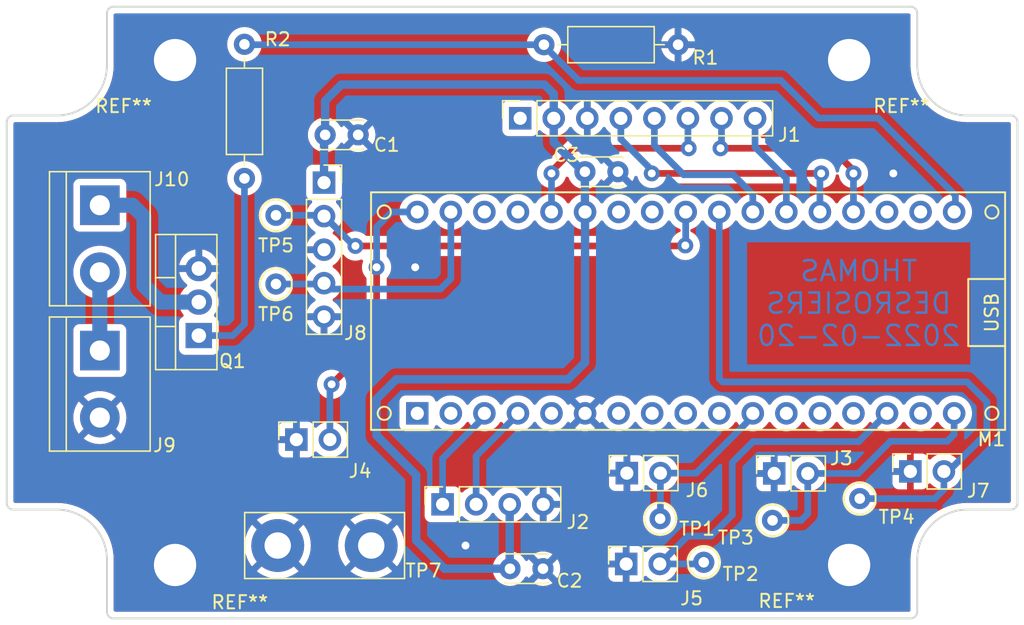
<source format=kicad_pcb>
(kicad_pcb (version 20211014) (generator pcbnew)
  (title_block (title "Projet Lampe Dimmer") (date "2022-02-18") (rev "v2.3.0"))
  (layers (0 "F.Cu" signal) (31 "B.Cu" signal) (34 "B.Paste" user) (35 "F.Paste" user) (36 "B.SilkS" user "B.Silkscreen") (37 "F.SilkS" user "F.Silkscreen") (38 "B.Mask" user) (39 "F.Mask" user) (44 "Edge.Cuts" user))
  (net 0 "")
  (net 1 "+5V")
  (net 2 "GND")
  (net 4 "/EXT_OC4B")
  (net 5 "/EXT_OC4D")
  (net 6 "/EXT_ADC1")
  (net 7 "/POT_ADC")
  (net 8 "/SW_VEILLE")
  (net 9 "+24V")
  (net 10 "/SORTIE")
  (net 11 "Net-(Q1-Pad1)")
  (net 18 "Net-(M1-Pad18)")
  (net 29 "Net-(J1-Pad6)")
  (net 30 "Net-(J1-Pad5)")
  (net 31 "Net-(J1-Pad8)")
  (net 32 "Net-(J1-Pad4)")
  (net 33 "Net-(J1-Pad7)")
  (net 34 "Net-(J2-Pad2)")
  (net 35 "Net-(J2-Pad1)")
  (net 37 "/EXT_IO-1")
  (net 38 "/SW_ON-OFF")
  (footprint "Capacitor_THT:C_Disc_D3.0mm_W2.0mm_P2.50mm" (layer "F.Cu") (at 153.35 126.85)
    (fp_text reference "C2" (at 4.511 0.912) (layer "F.SilkS"))
    (fp_text value "100nF")
    (fp_line (start -0.37 1.055) (end -0.37 1.12) (layer "F.SilkS") (width 0.12))
    (fp_line (start -0.37 1.12) (end 2.87 1.12) (layer "F.SilkS") (width 0.12))
    (fp_line (start 2.87 -1.12) (end 2.87 -1.055) (layer "F.SilkS") (width 0.12))
    (fp_line (start 2.87 1.055) (end 2.87 1.12) (layer "F.SilkS") (width 0.12))
    (fp_line (start -0.37 -1.12) (end -0.37 -1.055) (layer "F.SilkS") (width 0.12))
    (fp_line (start -0.37 -1.12) (end 2.87 -1.12) (layer "F.SilkS") (width 0.12))
    (pad "1" thru_hole circle locked (at 0 0) (size 1.6 1.6) (drill 0.8) (layers *.Cu *.Mask) (net 1 "+5V"))
    (pad "2" thru_hole circle locked (at 2.5 0) (size 1.6 1.6) (drill 0.8) (layers *.Cu *.Mask) (net 2 "GND"))
  )
  (footprint "Connector_PinSocket_2.54mm:PinSocket_1x02_P2.54mm_Vertical" (layer "F.Cu") (at 162.19899 119.609006 90)
    (fp_text reference "J6" (at -1.295 5.314 180) (layer "F.SilkS"))
    (fp_text value "EXT_PWM4D")
    (fp_line (start -1.33 3.87) (end 1.33 3.87) (layer "F.SilkS") (width 0.12))
    (fp_line (start 1.33 -1.33) (end 1.33 0) (layer "F.SilkS") (width 0.12))
    (fp_line (start 1.33 1.27) (end 1.33 3.87) (layer "F.SilkS") (width 0.12))
    (fp_line (start -1.33 1.27) (end 1.33 1.27) (layer "F.SilkS") (width 0.12))
    (fp_line (start -1.33 1.27) (end -1.33 3.87) (layer "F.SilkS") (width 0.12))
    (fp_line (start 0 -1.33) (end 1.33 -1.33) (layer "F.SilkS") (width 0.12))
    (pad "1" thru_hole rect locked (at 0 0 90) (size 1.7 1.7) (drill 1) (layers *.Cu *.Mask) (net 2 "GND"))
    (pad "2" thru_hole oval locked (at 0 2.54 90) (size 1.7 1.7) (drill 1) (layers *.Cu *.Mask) (net 5 "/EXT_OC4D"))
  )
  (footprint "Connector_PinSocket_2.54mm:PinSocket_1x02_P2.54mm_Vertical" (layer "F.Cu") (at 173.355 119.634 90)
    (fp_text reference "J3" (at 1.143 5.08) (layer "F.SilkS"))
    (fp_text value "EXT_IO-1")
    (fp_line (start 0 -1.33) (end 1.33 -1.33) (layer "F.SilkS") (width 0.12))
    (fp_line (start 1.33 -1.33) (end 1.33 0) (layer "F.SilkS") (width 0.12))
    (fp_line (start -1.33 3.87) (end 1.33 3.87) (layer "F.SilkS") (width 0.12))
    (fp_line (start -1.33 1.27) (end 1.33 1.27) (layer "F.SilkS") (width 0.12))
    (fp_line (start 1.33 1.27) (end 1.33 3.87) (layer "F.SilkS") (width 0.12))
    (fp_line (start -1.33 1.27) (end -1.33 3.87) (layer "F.SilkS") (width 0.12))
    (pad "1" thru_hole rect locked (at 0 0 90) (size 1.7 1.7) (drill 1) (layers *.Cu *.Mask) (net 2 "GND"))
    (pad "2" thru_hole oval locked (at 0 2.54 90) (size 1.7 1.7) (drill 1) (layers *.Cu *.Mask) (net 37 "/EXT_IO-1"))
  )
  (footprint "THOMAS_library:Arduino_Micro" (layer "F.Cu") (at 142.835503 116.332)
    (fp_text reference "M1" (at 46.964497 0.718) (layer "F.SilkS"))
    (fp_text value "ARDUINO_MICRO")
    (fp_text user "USB" (at 46.99 -8.89 90) (layer "F.SilkS"))
    (fp_line (start 0 -18) (end 48 -18) (layer "F.SilkS") (width 0.15))
    (fp_line (start 48.006 -6.35) (end 45.212 -6.35) (layer "F.SilkS") (width 0.15))
    (fp_line (start 48 -18) (end 48 0) (layer "F.SilkS") (width 0.15))
    (fp_line (start 45.212 -11.43) (end 48.006 -11.43) (layer "F.SilkS") (width 0.15))
    (fp_line (start 0 0) (end 0 -18) (layer "F.SilkS") (width 0.15))
    (fp_line (start 45.212 -6.35) (end 45.212 -11.43) (layer "F.SilkS") (width 0.15))
    (fp_line (start 48 0) (end 0 0) (layer "F.SilkS") (width 0.15))
    (fp_circle (center 47 -16.51) (end 47.5 -16.51) (layer "F.SilkS") (width 0.15) (fill none))
    (fp_circle (center 1 -16.51) (end 1.5 -16.51) (layer "F.SilkS") (width 0.15) (fill none))
    (fp_circle (center 1 -1.254) (end 1.5 -1.254) (layer "F.SilkS") (width 0.15) (fill none))
    (fp_circle (center 47 -1.254) (end 47.5 -1.254) (layer "F.SilkS") (width 0.15) (fill none))
    (pad "1" thru_hole rect (at 3.5 -1.254) (size 1.7 1.7) (drill 1) (layers *.Cu *.Mask))
    (pad "2" thru_hole circle (at 6.04 -1.254) (size 1.7 1.7) (drill 1) (layers *.Cu *.Mask))
    (pad "3" thru_hole circle (at 8.58 -1.254) (size 1.7 1.7) (drill 1) (layers *.Cu *.Mask) (net 35 "Net-(J2-Pad1)"))
    (pad "4" thru_hole circle (at 11.12 -1.254) (size 1.7 1.7) (drill 1) (layers *.Cu *.Mask) (net 34 "Net-(J2-Pad2)"))
    (pad "5" thru_hole circle (at 13.66 -1.254) (size 1.7 1.7) (drill 1) (layers *.Cu *.Mask))
    (pad "6" thru_hole circle (at 16.2 -1.254) (size 1.7 1.7) (drill 1) (layers *.Cu *.Mask) (net 2 "GND"))
    (pad "7" thru_hole circle (at 18.74 -1.254) (size 1.7 1.7) (drill 1) (layers *.Cu *.Mask))
    (pad "8" thru_hole circle (at 21.28 -1.254) (size 1.7 1.7) (drill 1) (layers *.Cu *.Mask))
    (pad "9" thru_hole circle (at 23.82 -1.254) (size 1.7 1.7) (drill 1) (layers *.Cu *.Mask))
    (pad "10" thru_hole circle (at 26.36 -1.254) (size 1.7 1.7) (drill 1) (layers *.Cu *.Mask))
    (pad "11" thru_hole circle (at 28.9 -1.254) (size 1.7 1.7) (drill 1) (layers *.Cu *.Mask) (net 5 "/EXT_OC4D"))
    (pad "12" thru_hole circle (at 31.44 -1.254) (size 1.7 1.7) (drill 1) (layers *.Cu *.Mask))
    (pad "13" thru_hole circle (at 33.98 -1.254) (size 1.7 1.7) (drill 1) (layers *.Cu *.Mask))
    (pad "14" thru_hole circle (at 36.52 -1.254) (size 1.7 1.7) (drill 1) (layers *.Cu *.Mask))
    (pad "15" thru_hole circle (at 39.06 -1.254) (size 1.7 1.7) (drill 1) (layers *.Cu *.Mask) (net 4 "/EXT_OC4B"))
    (pad "16" thru_hole circle (at 41.6 -1.254) (size 1.7 1.7) (drill 1) (layers *.Cu *.Mask))
    (pad "17" thru_hole circle (at 44.14 -1.254) (size 1.7 1.7) (drill 1) (layers *.Cu *.Mask) (net 37 "/EXT_IO-1"))
    (pad "18" thru_hole circle (at 44.14 -16.51) (size 1.7 1.7) (drill 1) (layers *.Cu *.Mask) (net 18 "Net-(M1-Pad18)"))
    (pad "19" thru_hole circle (at 41.6 -16.51) (size 1.7 1.7) (drill 1) (layers *.Cu *.Mask))
    (pad "20" thru_hole circle (at 39.06 -16.51) (size 1.7 1.7) (drill 1) (layers *.Cu *.Mask))
    (pad "21" thru_hole circle (at 36.52 -16.51) (size 1.7 1.7) (drill 1) (layers *.Cu *.Mask) (net 33 "Net-(J1-Pad7)"))
    (pad "22" thru_hole circle (at 33.98 -16.51) (size 1.7 1.7) (drill 1) (layers *.Cu *.Mask) (net 32 "Net-(J1-Pad4)"))
    (pad "23" thru_hole circle (at 31.44 -16.51) (size 1.7 1.7) (drill 1) (layers *.Cu *.Mask) (net 31 "Net-(J1-Pad8)"))
    (pad "24" thru_hole circle (at 28.9 -16.51) (size 1.7 1.7) (drill 1) (layers *.Cu *.Mask) (net 30 "Net-(J1-Pad5)"))
    (pad "25" thru_hole circle (at 26.36 -16.51) (size 1.7 1.7) (drill 1) (layers *.Cu *.Mask) (net 6 "/EXT_ADC1"))
    (pad "26" thru_hole circle (at 23.82 -16.51) (size 1.7 1.7) (drill 1) (layers *.Cu *.Mask) (net 7 "/POT_ADC"))
    (pad "27" thru_hole circle (at 21.28 -16.51) (size 1.7 1.7) (drill 1) (layers *.Cu *.Mask))
    (pad "28" thru_hole circle (at 18.74 -16.51) (size 1.7 1.7) (drill 1) (layers *.Cu *.Mask))
    (pad "29" thru_hole circle (at 16.2 -16.51) (size 1.7 1.7) (drill 1) (layers *.Cu *.Mask) (net 1 "+5V"))
    (pad "30" thru_hole circle (at 13.66 -16.51) (size 1.7 1.7) (drill 1) (layers *.Cu *.Mask) (net 29 "Net-(J1-Pad6)"))
    (pad "31" thru_hole circle (at 11.12 -16.51) (size 1.7 1.7) (drill 1) (layers *.Cu *.Mask))
    (pad "32" thru_hole circle (at 8.58 -16.51) (size 1.7 1.7) (drill 1) (layers *.Cu *.Mask))
    (pad "33" thru_hole circle (at 6.04 -16.51) (size 1.7 1.7) (drill 1) (layers *.Cu *.Mask) (net 8 "/SW_VEILLE"))
    (pad "34" thru_hole circle (at 3.5 -16.51) (size 1.7 1.7) (drill 1) (layers *.Cu *.Mask) (net 38 "/SW_ON-OFF"))
  )
  (footprint "Capacitor_THT:C_Disc_D3.0mm_W2.0mm_P2.50mm" (layer "F.Cu") (at 159.024 96.774)
    (fp_text reference "C3" (at -1.417 -1.27) (layer "F.SilkS"))
    (fp_text value "100nF")
    (fp_line (start 2.87 -1.12) (end 2.87 -1.055) (layer "F.SilkS") (width 0.12))
    (fp_line (start 2.87 1.055) (end 2.87 1.12) (layer "F.SilkS") (width 0.12))
    (fp_line (start -0.37 -1.12) (end 2.87 -1.12) (layer "F.SilkS") (width 0.12))
    (fp_line (start -0.37 1.12) (end 2.87 1.12) (layer "F.SilkS") (width 0.12))
    (fp_line (start -0.37 1.055) (end -0.37 1.12) (layer "F.SilkS") (width 0.12))
    (fp_line (start -0.37 -1.12) (end -0.37 -1.055) (layer "F.SilkS") (width 0.12))
    (pad "1" thru_hole circle locked (at 0 0) (size 1.6 1.6) (drill 0.8) (layers *.Cu *.Mask) (net 1 "+5V"))
    (pad "2" thru_hole circle locked (at 2.5 0) (size 1.6 1.6) (drill 0.8) (layers *.Cu *.Mask) (net 2 "GND"))
  )
  (footprint "Connector_PinSocket_2.54mm:PinSocket_1x05_P2.54mm_Vertical" (layer "F.Cu") (at 139.275007 97.600008)
    (fp_text reference "J8" (at 2.374993 11.399992) (layer "F.SilkS"))
    (fp_text value "CON_POT_SW")
    (fp_line (start 0 -1.33) (end 1.33 -1.33) (layer "F.SilkS") (width 0.12))
    (fp_line (start 1.33 1.27) (end 1.33 11.49) (layer "F.SilkS") (width 0.12))
    (fp_line (start 1.33 -1.33) (end 1.33 0) (layer "F.SilkS") (width 0.12))
    (fp_line (start -1.33 1.27) (end -1.33 11.49) (layer "F.SilkS") (width 0.12))
    (fp_line (start -1.33 1.27) (end 1.33 1.27) (layer "F.SilkS") (width 0.12))
    (fp_line (start -1.33 11.49) (end 1.33 11.49) (layer "F.SilkS") (width 0.12))
    (pad "1" thru_hole rect locked (at 0 0) (size 1.7 1.7) (drill 1) (layers *.Cu *.Mask) (net 1 "+5V"))
    (pad "2" thru_hole oval locked (at 0 2.54) (size 1.7 1.7) (drill 1) (layers *.Cu *.Mask) (net 7 "/POT_ADC"))
    (pad "3" thru_hole oval locked (at 0 5.08) (size 1.7 1.7) (drill 1) (layers *.Cu *.Mask) (net 2 "GND"))
    (pad "4" thru_hole oval locked (at 0 7.62) (size 1.7 1.7) (drill 1) (layers *.Cu *.Mask) (net 8 "/SW_VEILLE"))
    (pad "5" thru_hole oval locked (at 0 10.16) (size 1.7 1.7) (drill 1) (layers *.Cu *.Mask) (net 2 "GND"))
  )
  (footprint "Connector_PinSocket_2.54mm:PinSocket_1x02_P2.54mm_Vertical" (layer "F.Cu") (at 137.17999 117.069006 90)
    (fp_text reference "J4" (at -2.380994 4.82001 180) (layer "F.SilkS"))
    (fp_text value "SW_ON-OFF")
    (fp_line (start -1.33 1.27) (end 1.33 1.27) (layer "F.SilkS") (width 0.12))
    (fp_line (start -1.33 3.87) (end 1.33 3.87) (layer "F.SilkS") (width 0.12))
    (fp_line (start -1.33 1.27) (end -1.33 3.87) (layer "F.SilkS") (width 0.12))
    (fp_line (start 1.33 1.27) (end 1.33 3.87) (layer "F.SilkS") (width 0.12))
    (fp_line (start 0 -1.33) (end 1.33 -1.33) (layer "F.SilkS") (width 0.12))
    (fp_line (start 1.33 -1.33) (end 1.33 0) (layer "F.SilkS") (width 0.12))
    (pad "1" thru_hole rect locked (at 0 0 90) (size 1.7 1.7) (drill 1) (layers *.Cu *.Mask) (net 2 "GND"))
    (pad "2" thru_hole oval locked (at 0 2.54 90) (size 1.7 1.7) (drill 1) (layers *.Cu *.Mask) (net 38 "/SW_ON-OFF"))
  )
  (footprint "Connector_PinSocket_2.54mm:PinSocket_1x04_P2.54mm_Vertical" (layer "F.Cu") (at 148.25 121.975 90)
    (fp_text reference "J2" (at -1.342 10.246 180) (layer "F.SilkS"))
    (fp_text value "USART")
    (fp_line (start 1.33 -1.33) (end 1.33 0) (layer "F.SilkS") (width 0.12))
    (fp_line (start 0 -1.33) (end 1.33 -1.33) (layer "F.SilkS") (width 0.12))
    (fp_line (start -1.33 1.27) (end -1.33 8.95) (layer "F.SilkS") (width 0.12))
    (fp_line (start -1.33 8.95) (end 1.33 8.95) (layer "F.SilkS") (width 0.12))
    (fp_line (start -1.33 1.27) (end 1.33 1.27) (layer "F.SilkS") (width 0.12))
    (fp_line (start 1.33 1.27) (end 1.33 8.95) (layer "F.SilkS") (width 0.12))
    (pad "1" thru_hole rect locked (at 0 0 90) (size 1.7 1.7) (drill 1) (layers *.Cu *.Mask) (net 35 "Net-(J2-Pad1)"))
    (pad "2" thru_hole oval locked (at 0 2.54 90) (size 1.7 1.7) (drill 1) (layers *.Cu *.Mask) (net 34 "Net-(J2-Pad2)"))
    (pad "3" thru_hole oval locked (at 0 5.08 90) (size 1.7 1.7) (drill 1) (layers *.Cu *.Mask) (net 1 "+5V"))
    (pad "4" thru_hole oval locked (at 0 7.62 90) (size 1.7 1.7) (drill 1) (layers *.Cu *.Mask) (net 2 "GND"))
  )
  (footprint "THOMAS_library:TestPoint_Keystone_5000-5004_Miniature-Resistor" (layer "F.Cu") (at 168.021 126.365)
    (fp_text reference "TP2" (at 2.794 0.889) (layer "F.SilkS"))
    (fp_text value "TestPoint" hide)
    (fp_circle (center 0 0) (end 1.2 0) (layer "F.SilkS") (width 0.15) (fill none))
    (pad "1" thru_hole circle (at 0 0) (size 1.6 1.6) (drill 0.8) (layers *.Cu *.Mask) (net 4 "/EXT_OC4B"))
  )
  (footprint "THOMAS_library:TestPoint_Keystone_5000-5004_Miniature-Resistor" (layer "F.Cu") (at 164.719 123.063)
    (fp_text reference "TP1" (at 2.794 0.762) (layer "F.SilkS"))
    (fp_text value "TestPoint" hide)
    (fp_circle (center 0 0) (end 1.2 0) (layer "F.SilkS") (width 0.15) (fill none))
    (pad "1" thru_hole circle (at 0 0) (size 1.6 1.6) (drill 0.8) (layers *.Cu *.Mask) (net 5 "/EXT_OC4D"))
  )
  (footprint "THOMAS_library:TestPoint_Keystone_5000-5004_Miniature-Resistor" (layer "F.Cu") (at 135.636 100.076)
    (fp_text reference "TP5" (at 0 2.286) (layer "F.SilkS"))
    (fp_text value "TestPoint" hide)
    (fp_circle (center 0 0) (end 1.2 0) (layer "F.SilkS") (width 0.15) (fill none))
    (pad "1" thru_hole circle (at 0 0) (size 1.6 1.6) (drill 0.8) (layers *.Cu *.Mask) (net 7 "/POT_ADC"))
  )
  (footprint "Resistor_THT:R_Axial_DIN0207_L6.3mm_D2.5mm_P10.16mm_Horizontal" (layer "F.Cu") (at 155.92 87.15)
    (fp_text reference "R1" (at 12.228 0.988 180) (layer "F.SilkS"))
    (fp_text value "100")
    (fp_line (start 1.04 0) (end 1.81 0) (layer "F.SilkS") (width 0.12))
    (fp_line (start 1.81 1.37) (end 8.35 1.37) (layer "F.SilkS") (width 0.12))
    (fp_line (start 8.35 1.37) (end 8.35 -1.37) (layer "F.SilkS") (width 0.12))
    (fp_line (start 1.81 -1.37) (end 1.81 1.37) (layer "F.SilkS") (width 0.12))
    (fp_line (start 8.35 -1.37) (end 1.81 -1.37) (layer "F.SilkS") (width 0.12))
    (fp_line (start 9.12 0) (end 8.35 0) (layer "F.SilkS") (width 0.12))
    (pad "1" thru_hole circle locked (at 0 0) (size 1.6 1.6) (drill 0.8) (layers *.Cu *.Mask) (net 18 "Net-(M1-Pad18)"))
    (pad "2" thru_hole oval locked (at 10.16 0) (size 1.6 1.6) (drill 0.8) (layers *.Cu *.Mask) (net 2 "GND"))
  )
  (footprint "THOMAS_library:TestPoint_Keystone_5000-5004_Miniature-Resistor" (layer "F.Cu") (at 173.228 123.19)
    (fp_text reference "TP3" (at -2.778 1.31) (layer "F.SilkS"))
    (fp_text value "TestPoint" hide)
    (fp_circle (center 0 0) (end 1.2 0) (layer "F.SilkS") (width 0.15) (fill none))
    (pad "1" thru_hole circle (at 0 0) (size 1.6 1.6) (drill 0.8) (layers *.Cu *.Mask) (net 37 "/EXT_IO-1"))
  )
  (footprint "TerminalBlock:TerminalBlock_bornier-2_P5.08mm" (layer "F.Cu") (at 122.301 99.310012 -90)
    (fp_text reference "J10" (at -1.960012 -5.449 180) (layer "F.SilkS"))
    (fp_text value "Sortie")
    (fp_line (start -2.54 -3.81) (end -2.54 3.81) (layer "F.SilkS") (width 0.12))
    (fp_line (start 7.62 -3.81) (end -2.54 -3.81) (layer "F.SilkS") (width 0.12))
    (fp_line (start 7.62 2.54) (end -2.54 2.54) (layer "F.SilkS") (width 0.12))
    (fp_line (start -2.54 3.81) (end 7.62 3.81) (layer "F.SilkS") (width 0.12))
    (fp_line (start 7.62 3.81) (end 7.62 -3.81) (layer "F.SilkS") (width 0.12))
    (pad "1" thru_hole rect locked (at 0 0 270) (size 3 3) (drill 1.52) (layers *.Cu *.Mask) (net 10 "/SORTIE"))
    (pad "2" thru_hole circle locked (at 5.08 0 270) (size 3 3) (drill 1.52) (layers *.Cu *.Mask) (net 9 "+24V"))
  )
  (footprint "THOMAS_library:TestPoint_Keystone_5000-5004_Miniature-Resistor" (layer "F.Cu") (at 179.832 121.539)
    (fp_text reference "TP4" (at 2.794 1.397) (layer "F.SilkS"))
    (fp_text value "TestPoint" hide)
    (fp_circle (center 0 0) (end 1.2 0) (layer "F.SilkS") (width 0.15) (fill none))
    (pad "1" thru_hole circle (at 0 0) (size 1.6 1.6) (drill 0.8) (layers *.Cu *.Mask) (net 6 "/EXT_ADC1"))
  )
  (footprint "THOMAS_library:TestPoint_Bridge_Pitch7.08mm_Drill2.0mm" (layer "F.Cu") (at 135.768994 125.095)
    (fp_text reference "TP7" (at 11.034 1.905) (layer "F.SilkS"))
    (fp_text value "TestPoint_2Pole" hide)
    (fp_line (start -2.5 -2.5) (end 9.6 -2.5) (layer "F.SilkS") (width 0.12))
    (fp_line (start 9.6 2.5) (end 9.6 -2.5) (layer "F.SilkS") (width 0.12))
    (fp_line (start -2.5 -2.5) (end -2.5 2.5) (layer "F.SilkS") (width 0.12))
    (fp_line (start 9.6 2.5) (end -2.5 2.5) (layer "F.SilkS") (width 0.12))
    (pad "1" thru_hole circle (at 0 0) (size 4 4) (drill 2) (layers *.Cu *.Mask) (net 2 "GND"))
    (pad "2" thru_hole circle (at 7.08 0) (size 4 4) (drill 2) (layers *.Cu *.Mask) (net 2 "GND"))
  )
  (footprint "MountingHole:MountingHole_3.2mm_M3_Pad" (layer "F.Cu") (at 179.02555 126.5682)
    (fp_text reference "REF**" (at -4.72555 2.7318) (layer "F.SilkS"))
    (fp_text value "MountingHole_3.2mm_M3_Pad" hide)
    (pad "1" thru_hole circle locked (at 0 0) (size 6.4 6.4) (drill 3.200001) (layers *.Cu *.Mask) (net 2 "GND"))
  )
  (footprint "Capacitor_THT:C_Disc_D3.0mm_W2.0mm_P2.50mm" (layer "F.Cu") (at 139.359 93.98)
    (fp_text reference "C1" (at 4.659 0.762) (layer "F.SilkS"))
    (fp_text value "100nF")
    (fp_line (start -0.37 -1.12) (end 2.87 -1.12) (layer "F.SilkS") (width 0.12))
    (fp_line (start -0.37 -1.12) (end -0.37 -1.055) (layer "F.SilkS") (width 0.12))
    (fp_line (start -0.37 1.055) (end -0.37 1.12) (layer "F.SilkS") (width 0.12))
    (fp_line (start 2.87 1.055) (end 2.87 1.12) (layer "F.SilkS") (width 0.12))
    (fp_line (start 2.87 -1.12) (end 2.87 -1.055) (layer "F.SilkS") (width 0.12))
    (fp_line (start -0.37 1.12) (end 2.87 1.12) (layer "F.SilkS") (width 0.12))
    (pad "1" thru_hole circle locked (at 0 0) (size 1.6 1.6) (drill 0.8) (layers *.Cu *.Mask) (net 1 "+5V"))
    (pad "2" thru_hole circle locked (at 2.5 0) (size 1.6 1.6) (drill 0.8) (layers *.Cu *.Mask) (net 2 "GND"))
  )
  (footprint "THOMAS_library:TestPoint_Keystone_5000-5004_Miniature-Resistor" (layer "F.Cu") (at 135.636 105.283)
    (fp_text reference "TP6" (at 0 2.286) (layer "F.SilkS"))
    (fp_text value "TestPoint" hide)
    (fp_circle (center 0 0) (end 1.2 0) (layer "F.SilkS") (width 0.15) (fill none))
    (pad "1" thru_hole circle (at 0 0) (size 1.6 1.6) (drill 0.8) (layers *.Cu *.Mask) (net 8 "/SW_VEILLE"))
  )
  (footprint "Connector_PinSocket_2.54mm:PinSocket_1x02_P2.54mm_Vertical" (layer "F.Cu") (at 183.66199 119.482006 90)
    (fp_text reference "J7" (at -1.467994 5.13801 180) (layer "F.SilkS"))
    (fp_text value "EXT_ADC1")
    (fp_line (start 0 -1.33) (end 1.33 -1.33) (layer "F.SilkS") (width 0.12))
    (fp_line (start 1.33 1.27) (end 1.33 3.87) (layer "F.SilkS") (width 0.12))
    (fp_line (start -1.33 1.27) (end 1.33 1.27) (layer "F.SilkS") (width 0.12))
    (fp_line (start -1.33 1.27) (end -1.33 3.87) (layer "F.SilkS") (width 0.12))
    (fp_line (start -1.33 3.87) (end 1.33 3.87) (layer "F.SilkS") (width 0.12))
    (fp_line (start 1.33 -1.33) (end 1.33 0) (layer "F.SilkS") (width 0.12))
    (pad "1" thru_hole rect locked (at 0 0 90) (size 1.7 1.7) (drill 1) (layers *.Cu *.Mask) (net 2 "GND"))
    (pad "2" thru_hole oval locked (at 0 2.54 90) (size 1.7 1.7) (drill 1) (layers *.Cu *.Mask) (net 6 "/EXT_ADC1"))
  )
  (footprint "MountingHole:MountingHole_3.2mm_M3_Pad" (layer "F.Cu") (at 127.99695 88.3158)
    (fp_text reference "REF**" (at -3.89695 3.4842) (layer "F.SilkS"))
    (fp_text value "MountingHole_3.2mm_M3_Pad" hide)
    (pad "1" thru_hole circle locked (at 0 0) (size 6.4 6.4) (drill 3.200001) (layers *.Cu *.Mask) (net 2 "GND"))
  )
  (footprint "MountingHole:MountingHole_3.2mm_M3_Pad" (layer "F.Cu") (at 179.02555 88.3158)
    (fp_text reference "REF**" (at 3.97445 3.4842) (layer "F.SilkS"))
    (fp_text value "MountingHole_3.2mm_M3_Pad" hide)
    (pad "1" thru_hole circle locked (at 0 0) (size 6.4 6.4) (drill 3.200001) (layers *.Cu *.Mask) (net 2 "GND"))
  )
  (footprint "Package_TO_SOT_THT:TO-220-3_Vertical" (layer "F.Cu") (at 129.795 109.19 90)
    (fp_text reference "Q1" (at -1.935 2.539) (layer "F.SilkS"))
    (fp_text value "FQP13N06L")
    (fp_line (start -2.58 -3.27) (end 7.66 -3.27) (layer "F.SilkS") (width 0.12))
    (fp_line (start 7.66 -3.27) (end 7.66 1.371) (layer "F.SilkS") (width 0.12))
    (fp_line (start -2.58 -1.76) (end 7.66 -1.76) (layer "F.SilkS") (width 0.12))
    (fp_line (start -2.58 -3.27) (end -2.58 1.371) (layer "F.SilkS") (width 0.12))
    (fp_line (start -2.58 1.371) (end 7.66 1.371) (layer "F.SilkS") (width 0.12))
    (fp_line (start 4.391 -3.27) (end 4.391 -1.76) (layer "F.SilkS") (width 0.12))
    (fp_line (start 0.69 -3.27) (end 0.69 -1.76) (layer "F.SilkS") (width 0.12))
    (pad "1" thru_hole rect locked (at 0 0 90) (size 1.905 2) (drill 1.1) (layers *.Cu *.Mask) (net 11 "Net-(Q1-Pad1)"))
    (pad "2" thru_hole oval locked (at 2.54 0 90) (size 1.905 2) (drill 1.1) (layers *.Cu *.Mask) (net 10 "/SORTIE"))
    (pad "3" thru_hole oval locked (at 5.08 0 90) (size 1.905 2) (drill 1.1) (layers *.Cu *.Mask) (net 2 "GND"))
  )
  (footprint "MountingHole:MountingHole_3.2mm_M3_Pad" (layer "F.Cu") (at 127.99695 126.5682)
    (fp_text reference "REF**" (at 4.90305 2.8318) (layer "F.SilkS"))
    (fp_text value "MountingHole_3.2mm_M3_Pad" hide)
    (pad "1" thru_hole circle locked (at 0 0) (size 6.4 6.4) (drill 3.200001) (layers *.Cu *.Mask) (net 2 "GND"))
  )
  (footprint "Connector_PinSocket_2.54mm:PinSocket_1x08_P2.54mm_Vertical" (layer "F.Cu") (at 154.12499 92.725011 90)
    (fp_text reference "J1" (at -1.254989 20.37301 180) (layer "F.SilkS"))
    (fp_text value "PICkit4")
    (fp_line (start 1.33 1.27) (end 1.33 19.11) (layer "F.SilkS") (width 0.12))
    (fp_line (start -1.33 1.27) (end -1.33 19.11) (layer "F.SilkS") (width 0.12))
    (fp_line (start 1.33 -1.33) (end 1.33 0) (layer "F.SilkS") (width 0.12))
    (fp_line (start 0 -1.33) (end 1.33 -1.33) (layer "F.SilkS") (width 0.12))
    (fp_line (start -1.33 19.11) (end 1.33 19.11) (layer "F.SilkS") (width 0.12))
    (fp_line (start -1.33 1.27) (end 1.33 1.27) (layer "F.SilkS") (width 0.12))
    (pad "1" thru_hole rect locked (at 0 0 90) (size 1.7 1.7) (drill 1) (layers *.Cu *.Mask))
    (pad "2" thru_hole oval locked (at 0 2.54 90) (size 1.7 1.7) (drill 1) (layers *.Cu *.Mask) (net 1 "+5V"))
    (pad "3" thru_hole oval locked (at 0 5.08 90) (size 1.7 1.7) (drill 1) (layers *.Cu *.Mask) (net 2 "GND"))
    (pad "4" thru_hole oval locked (at 0 7.62 90) (size 1.7 1.7) (drill 1) (layers *.Cu *.Mask) (net 32 "Net-(J1-Pad4)"))
    (pad "5" thru_hole oval locked (at 0 10.16 90) (size 1.7 1.7) (drill 1) (layers *.Cu *.Mask) (net 30 "Net-(J1-Pad5)"))
    (pad "6" thru_hole oval locked (at 0 12.7 90) (size 1.7 1.7) (drill 1) (layers *.Cu *.Mask) (net 29 "Net-(J1-Pad6)"))
    (pad "7" thru_hole oval locked (at 0 15.24 90) (size 1.7 1.7) (drill 1) (layers *.Cu *.Mask) (net 33 "Net-(J1-Pad7)"))
    (pad "8" thru_hole oval locked (at 0 17.78 90) (size 1.7 1.7) (drill 1) (layers *.Cu *.Mask) (net 31 "Net-(J1-Pad8)"))
  )
  (footprint "TerminalBlock:TerminalBlock_bornier-2_P5.08mm" (layer "F.Cu") (at 122.301 110.31982 -90)
    (fp_text reference "J9" (at 7.18018 -4.899 180) (layer "F.SilkS"))
    (fp_text value "Entrée")
    (fp_line (start 7.62 3.81) (end 7.62 -3.81) (layer "F.SilkS") (width 0.12))
    (fp_line (start 7.62 -3.81) (end -2.54 -3.81) (layer "F.SilkS") (width 0.12))
    (fp_line (start -2.54 -3.81) (end -2.54 3.81) (layer "F.SilkS") (width 0.12))
    (fp_line (start 7.62 2.54) (end -2.54 2.54) (layer "F.SilkS") (width 0.12))
    (fp_line (start -2.54 3.81) (end 7.62 3.81) (layer "F.SilkS") (width 0.12))
    (pad "1" thru_hole rect locked (at 0 0 270) (size 3 3) (drill 1.52) (layers *.Cu *.Mask) (net 9 "+24V"))
    (pad "2" thru_hole circle locked (at 5.08 0 270) (size 3 3) (drill 1.52) (layers *.Cu *.Mask) (net 2 "GND"))
  )
  (footprint "Connector_PinSocket_2.54mm:PinSocket_1x02_P2.54mm_Vertical" (layer "F.Cu") (at 162.149993 126.492 90)
    (fp_text reference "J5" (at -2.608 4.950007) (layer "F.SilkS"))
    (fp_text value "EXT_PWM4B")
    (fp_line (start 1.33 -1.33) (end 1.33 0) (layer "F.SilkS") (width 0.12))
    (fp_line (start -1.33 1.27) (end 1.33 1.27) (layer "F.SilkS") (width 0.12))
    (fp_line (start 1.33 1.27) (end 1.33 3.87) (layer "F.SilkS") (width 0.12))
    (fp_line (start 0 -1.33) (end 1.33 -1.33) (layer "F.SilkS") (width 0.12))
    (fp_line (start -1.33 1.27) (end -1.33 3.87) (layer "F.SilkS") (width 0.12))
    (fp_line (start -1.33 3.87) (end 1.33 3.87) (layer "F.SilkS") (width 0.12))
    (pad "1" thru_hole rect locked (at 0 0 90) (size 1.7 1.7) (drill 1) (layers *.Cu *.Mask) (net 2 "GND"))
    (pad "2" thru_hole oval locked (at 0 2.54 90) (size 1.7 1.7) (drill 1) (layers *.Cu *.Mask) (net 4 "/EXT_OC4B"))
  )
  (footprint "Resistor_THT:R_Axial_DIN0207_L6.3mm_D2.5mm_P10.16mm_Horizontal" (layer "F.Cu") (at 133.25 87.12 -90)
    (fp_text reference "R2" (at -0.379 -2.513 180) (layer "F.SilkS"))
    (fp_text value "1k")
    (fp_line (start 1.81 1.37) (end 8.35 1.37) (layer "F.SilkS") (width 0.12))
    (fp_line (start 9.12 0) (end 8.35 0) (layer "F.SilkS") (width 0.12))
    (fp_line (start 1.81 -1.37) (end 1.81 1.37) (layer "F.SilkS") (width 0.12))
    (fp_line (start 8.35 1.37) (end 8.35 -1.37) (layer "F.SilkS") (width 0.12))
    (fp_line (start 8.35 -1.37) (end 1.81 -1.37) (layer "F.SilkS") (width 0.12))
    (fp_line (start 1.04 0) (end 1.81 0) (layer "F.SilkS") (width 0.12))
    (pad "1" thru_hole circle locked (at 0 0 270) (size 1.6 1.6) (drill 0.8) (layers *.Cu *.Mask) (net 18 "Net-(M1-Pad18)"))
    (pad "2" thru_hole oval locked (at 10.16 0 270) (size 1.6 1.6) (drill 0.8) (layers *.Cu *.Mask) (net 11 "Net-(Q1-Pad1)"))
  )
  (gr_line (start 120.349987 94.650005) (end 122.349983 93.299995) (layer "F.Cu") (width 0.508))
  (gr_line (start 120.33999 120.025005) (end 124.14999 120.025005) (layer "F.Cu") (width 0.508))
  (gr_line (start 124.150003 120.025) (end 122.149998 118.675) (layer "F.Cu") (width 0.508))
  (gr_line (start 120.349987 94.650005) (end 122.349992 96.000005) (layer "F.Cu") (width 0.508))
  (gr_line (start 124.16 94.65) (end 120.35 94.65) (layer "F.Cu") (width 0.508))
  (gr_line (start 124.150003 120.025) (end 122.150007 121.37501) (layer "F.Cu") (width 0.508))
  (gr_arc (start 115.7525 122.37085) (mid 115.398947 122.224403) (end 115.2525 121.87085) (layer "Edge.Cuts") (width 0.15))
  (gr_line (start 184.18175 88.70315) (end 184.18175 84.77085) (layer "Edge.Cuts") (width 0.15))
  (gr_arc (start 122.84075 84.77085) (mid 122.987197 84.417297) (end 123.34075 84.27085) (layer "Edge.Cuts") (width 0.15))
  (gr_line (start 122.84075 130.11315) (end 122.84075 126.18085) (layer "Edge.Cuts") (width 0.15))
  (gr_line (start 191.77 93.01315) (end 191.77 121.87085) (layer "Edge.Cuts") (width 0.15))
  (gr_line (start 119.03075 122.37085) (end 115.7525 122.37085) (layer "Edge.Cuts") (width 0.15))
  (gr_line (start 123.34075 84.27085) (end 183.68175 84.27085) (layer "Edge.Cuts") (width 0.15))
  (gr_arc (start 191.27 92.51315) (mid 191.623553 92.659597) (end 191.77 93.01315) (layer "Edge.Cuts") (width 0.15))
  (gr_arc (start 191.77 121.87085) (mid 191.623553 122.224403) (end 191.27 122.37085) (layer "Edge.Cuts") (width 0.15))
  (gr_line (start 184.18175 126.18085) (end 184.18175 130.11315) (layer "Edge.Cuts") (width 0.15))
  (gr_line (start 115.2525 93.01315) (end 115.2525 121.87085) (layer "Edge.Cuts") (width 0.15))
  (gr_line (start 122.84075 84.77085) (end 122.84075 88.6968) (layer "Edge.Cuts") (width 0.15))
  (gr_line (start 123.34075 130.61315) (end 183.68175 130.61315) (layer "Edge.Cuts") (width 0.15))
  (gr_line (start 119.03075 92.51315) (end 115.7525 92.51315) (layer "Edge.Cuts") (width 0.15))
  (gr_line (start 191.27 92.51315) (end 187.99175 92.51315) (layer "Edge.Cuts") (width 0.15))
  (gr_arc (start 184.18175 130.11315) (mid 184.035303 130.466703) (end 183.68175 130.61315) (layer "Edge.Cuts") (width 0.15))
  (gr_arc (start 184.18175 126.18085) (mid 185.297673 123.486773) (end 187.99175 122.37085) (layer "Edge.Cuts") (width 0.15))
  (gr_arc (start 122.84075 88.6968) (mid 121.726142 91.394052) (end 119.03075 92.51315) (layer "Edge.Cuts") (width 0.15))
  (gr_arc (start 187.99175 92.51315) (mid 185.297673 91.397227) (end 184.18175 88.70315) (layer "Edge.Cuts") (width 0.15))
  (gr_arc (start 119.03075 122.37085) (mid 121.724827 123.486773) (end 122.84075 126.18085) (layer "Edge.Cuts") (width 0.15))
  (gr_arc (start 183.68175 84.27085) (mid 184.035303 84.417297) (end 184.18175 84.77085) (layer "Edge.Cuts") (width 0.15))
  (gr_arc (start 115.2525 93.01315) (mid 115.398947 92.659597) (end 115.7525 92.51315) (layer "Edge.Cuts") (width 0.15))
  (gr_line (start 191.27 122.37085) (end 187.99175 122.37085) (layer "Edge.Cuts") (width 0.15))
  (gr_arc (start 123.34075 130.61315) (mid 122.987197 130.466703) (end 122.84075 130.11315) (layer "Edge.Cuts") (width 0.15))
  (gr_text "THOMAS\nDESROSIERS\n2022-02-20" (at 179.750009 106.750002) (layer "B.Cu") (effects (font (size 1.524 1.524) (thickness 0.1905)) (justify mirror)))
  (segment (start 139.359 93.98) (end 139.359 91.4) (width 0.635) (layer "B.Cu") (net 1))
  (segment (start 144.75 112.5) (end 157.75 112.5) (width 0.635) (layer "B.Cu") (net 1))
  (segment (start 139.275 94.064) (end 139.359 93.98) (width 0.635) (layer "B.Cu") (net 1))
  (segment (start 139.359 91.4) (end 140.589 90.17) (width 0.635) (layer "B.Cu") (net 1))
  (segment (start 156.66499 94.54199) (end 158.897 96.774) (width 0.635) (layer "B.Cu") (net 1))
  (segment (start 153.33 126.83) (end 153.35 126.85) (width 0.635) (layer "B.Cu") (net 1))
  (segment (start 157.75 112.5) (end 159.035503 111.214497) (width 0.635) (layer "B.Cu") (net 1))
  (segment (start 159.024 96.774) (end 159.024 99.810497) (width 0.635) (layer "B.Cu") (net 1))
  (segment (start 143.25 114) (end 144.75 112.5) (width 0.635) (layer "B.Cu") (net 1))
  (segment (start 146.25 119.75) (end 143.25 116.75) (width 0.635) (layer "B.Cu") (net 1))
  (segment (start 153.35 126.85) (end 148.4 126.85) (width 0.635) (layer "B.Cu") (net 1))
  (segment (start 159.035503 111.214497) (end 159.035503 99.822) (width 0.635) (layer "B.Cu") (net 1))
  (segment (start 156.66499 92.725011) (end 156.66499 94.54199) (width 0.635) (layer "B.Cu") (net 1))
  (segment (start 146.25 124.7) (end 146.25 119.75) (width 0.635) (layer "B.Cu") (net 1))
  (segment (start 140.589 90.17) (end 155.956 90.17) (width 0.635) (layer "B.Cu") (net 1))
  (segment (start 148.4 126.85) (end 146.25 124.7) (width 0.635) (layer "B.Cu") (net 1))
  (segment (start 143.25 116.75) (end 143.25 114) (width 0.635) (layer "B.Cu") (net 1))
  (segment (start 139.275 97.6) (end 139.275 94.064) (width 0.635) (layer "B.Cu") (net 1))
  (segment (start 153.33 121.975) (end 153.33 126.83) (width 0.635) (layer "B.Cu") (net 1))
  (segment (start 155.956 90.17) (end 156.66499 90.87899) (width 0.635) (layer "B.Cu") (net 1))
  (segment (start 156.66499 90.87899) (end 156.66499 92.725011) (width 0.635) (layer "B.Cu") (net 1))
  (via (at 146.177 104.013) (size 1.2) (drill 0.6) (layers "F.Cu" "B.Cu") (net 2))
  (via (at 149.987 125.095) (size 1.2) (drill 0.6) (layers "F.Cu" "B.Cu") (net 2))
  (via (at 182.372 96.901) (size 1.2) (drill 0.6) (layers "F.Cu" "B.Cu") (net 2))
  (segment (start 164.689993 126.492) (end 166.804993 124.377) (width 0.508) (layer "B.Cu") (net 4))
  (segment (start 170.18 118.796359) (end 171.755359 117.221) (width 0.508) (layer "B.Cu") (net 4))
  (segment (start 168.573 124.377) (end 170.18 122.77) (width 0.508) (layer "B.Cu") (net 4))
  (segment (start 170.18 122.77) (end 170.18 118.796359) (width 0.508) (layer "B.Cu") (net 4))
  (segment (start 166.804993 124.377) (end 168.573 124.377) (width 0.508) (layer "B.Cu") (net 4))
  (segment (start 167.894 126.492) (end 168.021 126.365) (width 0.508) (layer "B.Cu") (net 4))
  (segment (start 179.752503 117.221) (end 181.895503 115.078) (width 0.508) (layer "B.Cu") (net 4))
  (segment (start 171.755359 117.221) (end 179.752503 117.221) (width 0.508) (layer "B.Cu") (net 4))
  (segment (start 164.689993 126.492) (end 167.894 126.492) (width 0.508) (layer "B.Cu") (net 4))
  (segment (start 164.739 119.609) (end 164.739 122.956) (width 0.508) (layer "B.Cu") (net 5))
  (segment (start 164.739 119.609) (end 167.441 119.609) (width 0.508) (layer "B.Cu") (net 5))
  (segment (start 171.735503 115.314497) (end 171.735503 115.078) (width 0.508) (layer "B.Cu") (net 5))
  (segment (start 167.440991 119.609006) (end 171.735496 115.314501) (width 0.508) (layer "B.Cu") (net 5))
  (segment (start 189.45 114.2) (end 187.95 112.7) (width 0.508) (layer "B.Cu") (net 6))
  (segment (start 169.195503 99.822) (end 169.195503 112.445503) (width 0.508) (layer "B.Cu") (net 6))
  (segment (start 186.54 119.475) (end 189.45 116.565) (width 0.508) (layer "B.Cu") (net 6))
  (segment (start 189.45 116.565) (end 189.45 114.2) (width 0.508) (layer "B.Cu") (net 6))
  (segment (start 169.195503 112.445503) (end 169.45 112.7) (width 0.508) (layer "B.Cu") (net 6))
  (segment (start 187.95 112.7) (end 169.45 112.7) (width 0.508) (layer "B.Cu") (net 6))
  (segment (start 185.511 121.539) (end 186.202 120.848) (width 0.508) (layer "B.Cu") (net 6))
  (segment (start 186.202 120.848) (end 186.202 119.482) (width 0.508) (layer "B.Cu") (net 6))
  (segment (start 179.832 121.539) (end 185.511 121.539) (width 0.508) (layer "B.Cu") (net 6))
  (segment (start 141.650009 102.399998) (end 166.586002 102.399998) (width 0.508) (layer "F.Cu") (net 7))
  (segment (start 166.586002 102.399998) (end 166.624 102.362) (width 0.508) (layer "F.Cu") (net 7))
  (via (at 166.624 102.362) (size 1.2) (drill 0.6) (layers "F.Cu" "B.Cu") (net 7))
  (via (at 141.65 102.4) (size 1.2) (drill 0.6) (layers "F.Cu" "B.Cu") (net 7))
  (segment (start 135.636 100.076) (end 139.211 100.076) (width 0.508) (layer "B.Cu") (net 7))
  (segment (start 139.29 100.14) (end 141.55 102.4) (width 0.508) (layer "B.Cu") (net 7))
  (segment (start 166.655503 102.330497) (end 166.624 102.362) (width 0.508) (layer "B.Cu") (net 7))
  (segment (start 139.211 100.076) (end 139.275 100.14) (width 0.508) (layer "B.Cu") (net 7))
  (segment (start 166.655503 99.822) (end 166.655503 102.330497) (width 0.508) (layer "B.Cu") (net 7))
  (segment (start 135.636 105.283) (end 139.212 105.283) (width 0.508) (layer "B.Cu") (net 8))
  (segment (start 139.719 105.664) (end 148.082 105.664) (width 0.508) (layer "B.Cu") (net 8))
  (segment (start 139.212 105.283) (end 139.275 105.22) (width 0.508) (layer "B.Cu") (net 8))
  (segment (start 139.275 105.22) (end 139.719 105.664) (width 0.508) (layer "B.Cu") (net 8))
  (segment (start 148.875503 104.870497) (end 148.875503 99.822) (width 0.508) (layer "B.Cu") (net 8))
  (segment (start 148.082 105.664) (end 148.875503 104.870497) (width 0.508) (layer "B.Cu") (net 8))
  (segment (start 122.301 104.394) (end 122.301 110.31982) (width 1.143) (layer "B.Cu") (net 9))
  (segment (start 126.9 106.65) (end 125.65 105.4) (width 1.143) (layer "B.Cu") (net 10))
  (segment (start 129.545 106.65) (end 126.9 106.65) (width 1.143) (layer "B.Cu") (net 10))
  (segment (start 124.760012 99.310012) (end 122.301 99.310012) (width 1.143) (layer "B.Cu") (net 10))
  (segment (start 125.65 100.2) (end 124.760012 99.310012) (width 1.143) (layer "B.Cu") (net 10))
  (segment (start 125.65 105.4) (end 125.65 100.2) (width 1.143) (layer "B.Cu") (net 10))
  (segment (start 133.25 108.304) (end 133.25 97.28) (width 0.508) (layer "B.Cu") (net 11))
  (segment (start 129.545 109.19) (end 132.364 109.19) (width 0.508) (layer "B.Cu") (net 11))
  (segment (start 132.364 109.19) (end 133.25 108.304) (width 0.508) (layer "B.Cu") (net 11))
  (segment (start 181.229 92.71) (end 185.4095 96.8905) (width 0.508) (layer "B.Cu") (net 18))
  (segment (start 176.71 92.71) (end 181.229 92.71) (width 0.508) (layer "B.Cu") (net 18))
  (segment (start 158.55 89.85) (end 173.85 89.85) (width 0.508) (layer "B.Cu") (net 18))
  (segment (start 155.92 87.22) (end 158.55 89.85) (width 0.508) (layer "B.Cu") (net 18))
  (segment (start 155.92 87.15) (end 155.92 87.22) (width 0.508) (layer "B.Cu") (net 18))
  (segment (start 187.071 98.552) (end 187.071 99.726503) (width 0.508) (layer "B.Cu") (net 18))
  (segment (start 173.85 89.85) (end 176.71 92.71) (width 0.508) (layer "B.Cu") (net 18))
  (segment (start 185.4095 96.8905) (end 187.071 98.552) (width 0.508) (layer "B.Cu") (net 18))
  (segment (start 133.279991 87.149991) (end 155.920008 87.149991) (width 0.508) (layer "B.Cu") (net 18))
  (segment (start 166.878 94.996) (end 158.242 94.996) (width 0.508) (layer "F.Cu") (net 29))
  (segment (start 158.242 94.996) (end 156.495503 96.742497) (width 0.508) (layer "F.Cu") (net 29))
  (via (at 166.878 94.996) (size 1.2) (drill 0.6) (layers "F.Cu" "B.Cu") (net 29))
  (via (at 156.495503 96.901) (size 1.2) (drill 0.6) (layers "F.Cu" "B.Cu") (net 29))
  (segment (start 156.495503 96.901) (end 156.495503 99.822) (width 0.508) (layer "B.Cu") (net 29))
  (segment (start 166.82499 94.94299) (end 166.878 94.996) (width 0.508) (layer "B.Cu") (net 29))
  (segment (start 166.82499 92.725011) (end 166.82499 94.94299) (width 0.508) (layer "B.Cu") (net 29))
  (segment (start 171.735503 98.485503) (end 171.735503 99.822) (width 0.508) (layer "B.Cu") (net 30))
  (segment (start 164.285 94.785) (end 166.5 97) (width 0.508) (layer "B.Cu") (net 30))
  (segment (start 164.285 92.725) (end 164.285 94.785) (width 0.508) (layer "B.Cu") (net 30))
  (segment (start 166.5 97) (end 170.25 97) (width 0.508) (layer "B.Cu") (net 30))
  (segment (start 170.25 97) (end 171.735503 98.485503) (width 0.508) (layer "B.Cu") (net 30))
  (segment (start 171.905 92.725) (end 171.905 94.905) (width 0.508) (layer "B.Cu") (net 31))
  (segment (start 174.275503 97.275503) (end 174.275503 99.822) (width 0.508) (layer "B.Cu") (net 31))
  (segment (start 171.905 94.905) (end 174.275503 97.275503) (width 0.508) (layer "B.Cu") (net 31))
  (segment (start 164.084 96.901) (end 176.911 96.901) (width 0.508) (layer "F.Cu") (net 32))
  (via (at 164.084 96.901) (size 1.2) (drill 0.6) (layers "F.Cu" "B.Cu") (net 32))
  (via (at 176.911 96.901) (size 1.2) (drill 0.6) (layers "F.Cu" "B.Cu") (net 32))
  (segment (start 161.745 94.308) (end 161.745 92.725) (width 0.508) (layer "B.Cu") (net 32))
  (segment (start 176.911 96.901) (end 176.815503 96.996497) (width 0.508) (layer "B.Cu") (net 32))
  (segment (start 164.084 96.647) (end 161.745 94.308) (width 0.508) (layer "B.Cu") (net 32))
  (segment (start 176.815503 96.996497) (end 176.815503 99.822) (width 0.508) (layer "B.Cu") (net 32))
  (segment (start 177.673 94.996) (end 179.355503 96.678503) (width 0.508) (layer "F.Cu") (net 33))
  (segment (start 169.291 94.996) (end 177.673 94.996) (width 0.508) (layer "F.Cu") (net 33))
  (via (at 179.355503 96.901) (size 1.2) (drill 0.6) (layers "F.Cu" "B.Cu") (net 33))
  (via (at 169.291 94.996) (size 1.2) (drill 0.6) (layers "F.Cu" "B.Cu") (net 33))
  (segment (start 169.36499 94.92201) (end 169.36499 92.725011) (width 0.508) (layer "B.Cu") (net 33))
  (segment (start 169.291 94.996) (end 169.36499 94.92201) (width 0.508) (layer "B.Cu") (net 33))
  (segment (start 179.355503 96.678503) (end 179.355503 99.822) (width 0.508) (layer "B.Cu") (net 33))
  (segment (start 150.79 121.975) (end 150.79 118.31) (width 0.508) (layer "B.Cu") (net 34))
  (segment (start 150.79 118.31) (end 153.955503 115.144497) (width 0.508) (layer "B.Cu") (net 34))
  (segment (start 148.25 118.5) (end 151.415503 115.334497) (width 0.508) (layer "B.Cu") (net 35))
  (segment (start 148.25 121.975) (end 148.25 118.5) (width 0.508) (layer "B.Cu") (net 35))
  (segment (start 179.716 119.634) (end 180.409 118.941) (width 0.508) (layer "B.Cu") (net 37))
  (segment (start 175.387 123.19) (end 175.895 122.682) (width 0.508) (layer "B.Cu") (net 37))
  (segment (start 180.409 118.941) (end 182.15 117.2) (width 0.508) (layer "B.Cu") (net 37))
  (segment (start 175.895 122.682) (end 175.895 119.634) (width 0.508) (layer "B.Cu") (net 37))
  (segment (start 173.228 123.19) (end 175.387 123.19) (width 0.508) (layer "B.Cu") (net 37))
  (segment (start 182.15 117.2) (end 186.45 117.2) (width 0.508) (layer "B.Cu") (net 37))
  (segment (start 186.975503 116.674497) (end 186.975503 115.078) (width 0.508) (layer "B.Cu") (net 37))
  (segment (start 186.45 117.2) (end 186.975503 116.674497) (width 0.508) (layer "B.Cu") (net 37))
  (segment (start 175.895 119.634) (end 179.716 119.634) (width 0.508) (layer "B.Cu") (net 37))
  (segment (start 139.85 112.88) (end 143.256 109.474) (width 0.508) (layer "F.Cu") (net 38))
  (segment (start 143.256 109.474) (end 143.256 104.013) (width 0.508) (layer "F.Cu") (net 38))
  (via (at 139.85 112.88) (size 1.2) (drill 0.6) (layers "F.Cu" "B.Cu") (net 38))
  (via (at 143.256 104.013) (size 1.2) (drill 0.6) (layers "F.Cu" "B.Cu") (net 38))
  (segment (start 143.256 104.013) (end 143.256 100.965) (width 0.508) (layer "B.Cu") (net 38))
  (segment (start 139.71999 113.01001) (end 139.71999 117.069006) (width 0.508) (layer "B.Cu") (net 38))
  (segment (start 143.256 100.965) (end 144.399 99.822) (width 0.508) (layer "B.Cu") (net 38))
  (segment (start 144.399 99.822) (end 146.335503 99.822) (width 0.508) (layer "B.Cu") (net 38))
  (zone (net 2) (net_name "GND") (layers F&B.Cu) (connect_pads (clearance 0.508)) (min_thickness 0.254) (fill yes (thermal_gap 0.508) (thermal_bridge_width 0.508) (smoothing fillet))
    (polygon (pts (xy 191.768563 130.562039) (xy 115.187313 130.707663) (xy 115.443093 84.220058) (xy 191.770093 84.201434)))
  )
)
</source>
